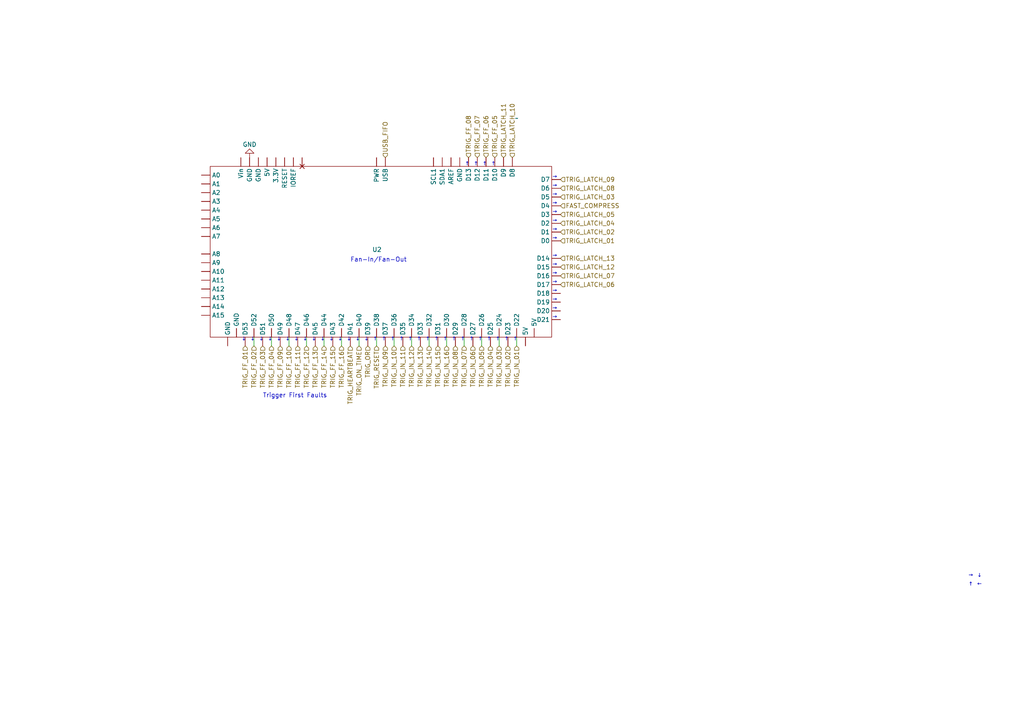
<source format=kicad_sch>
(kicad_sch (version 20231120) (generator "eeschema") (generator_version "8.0")
  (paper "A4")
  (title_block (title "Digital I/O Box") (date "2023-09-27") (company "SBC") (comment 1 "Zhiheng Sheng") (comment 2 "All wires are 22 or 24 gauge"))
  (lib_symbols
    (symbol "Arduino_Mega_2"
      (property "Reference" "U" (at 0 0 0))
      (symbol "Arduino_Mega_2_0_1"
        (rectangle (start -49.53 24.13) (end 49.53 -25.4))
      )
      (symbol "Arduino_Mega_2_1_1"
        (pin passive non_logic (at -22.86 26.67 270) (length 2.54) (name "") (number ""))
        (pin passive line (at -30.48 26.67 270) (length 2.54) (name "3.3V") (number ""))
        (pin passive line (at -33.02 26.67 270) (length 2.54) (name "5V") (number ""))
        (pin passive line (at 41.91 -27.94 90) (length 2.54) (name "5V") (number ""))
        (pin passive line (at 44.45 -25.4 90) (length 2.54) (name "5V") (number ""))
        (pin passive line (at -52.07 21.59 0) (length 2.54) (name "A0") (number ""))
        (pin passive line (at -52.07 19.05 0) (length 2.54) (name "A1") (number ""))
        (pin passive line (at -52.07 -6.35 0) (length 2.54) (name "A10") (number ""))
        (pin passive line (at -52.07 -8.89 0) (length 2.54) (name "A11") (number ""))
        (pin passive line (at -52.07 -11.43 0) (length 2.54) (name "A12") (number ""))
        (pin passive line (at -52.07 -13.97 0) (length 2.54) (name "A13") (number ""))
        (pin passive line (at -52.07 -16.51 0) (length 2.54) (name "A14") (number ""))
        (pin passive line (at -52.07 -19.05 0) (length 2.54) (name "A15") (number ""))
        (pin passive line (at -52.07 16.51 0) (length 2.54) (name "A2") (number ""))
        (pin passive line (at -52.07 13.97 0) (length 2.54) (name "A3") (number ""))
        (pin passive line (at -52.07 11.43 0) (length 2.54) (name "A4") (number ""))
        (pin passive line (at -52.07 8.89 0) (length 2.54) (name "A5") (number ""))
        (pin passive line (at -52.07 6.35 0) (length 2.54) (name "A6") (number ""))
        (pin passive line (at -52.07 3.81 0) (length 2.54) (name "A7") (number ""))
        (pin passive line (at -52.07 -1.27 0) (length 2.54) (name "A8") (number ""))
        (pin passive line (at -52.07 -3.81 0) (length 2.54) (name "A9") (number ""))
        (pin passive line (at 20.32 26.67 270) (length 2.54) (name "AREF") (number ""))
        (pin passive line (at 52.07 2.54 180) (length 2.54) (name "D0") (number ""))
        (pin passive line (at 52.07 5.08 180) (length 2.54) (name "D1") (number ""))
        (pin passive line (at 33.02 26.67 270) (length 2.54) (name "D10") (number ""))
        (pin passive line (at 30.48 26.67 270) (length 2.54) (name "D11") (number ""))
        (pin passive line (at 27.94 26.67 270) (length 2.54) (name "D12") (number ""))
        (pin passive line (at 25.4 26.67 270) (length 2.54) (name "D13") (number ""))
        (pin passive line (at 52.07 -2.54 180) (length 2.54) (name "D14") (number ""))
        (pin passive line (at 52.07 -5.08 180) (length 2.54) (name "D15") (number ""))
        (pin passive line (at 52.07 -7.62 180) (length 2.54) (name "D16") (number ""))
        (pin passive line (at 52.07 -10.16 180) (length 2.54) (name "D17") (number ""))
        (pin passive line (at 52.07 -12.7 180) (length 2.54) (name "D18") (number ""))
        (pin passive line (at 52.07 -15.24 180) (length 2.54) (name "D19") (number ""))
        (pin passive line (at 52.07 7.62 180) (length 2.54) (name "D2") (number ""))
        (pin passive line (at 52.07 -17.78 180) (length 2.54) (name "D20") (number ""))
        (pin passive line (at 52.07 -20.32 180) (length 2.54) (name "D21") (number ""))
        (pin passive line (at 39.37 -25.4 90) (length 2.54) (name "D22") (number ""))
        (pin passive line (at 36.83 -27.94 90) (length 2.54) (name "D23") (number ""))
        (pin passive line (at 34.29 -25.4 90) (length 2.54) (name "D24") (number ""))
        (pin passive line (at 31.75 -27.94 90) (length 2.54) (name "D25") (number ""))
        (pin passive line (at 29.21 -25.4 90) (length 2.54) (name "D26") (number ""))
        (pin passive line (at 26.67 -27.94 90) (length 2.54) (name "D27") (number ""))
        (pin passive line (at 24.13 -25.4 90) (length 2.54) (name "D28") (number ""))
        (pin passive line (at 21.59 -27.94 90) (length 2.54) (name "D29") (number ""))
        (pin passive line (at 52.07 10.16 180) (length 2.54) (name "D3") (number ""))
        (pin passive line (at 19.05 -25.4 90) (length 2.54) (name "D30") (number ""))
        (pin passive line (at 16.51 -27.94 90) (length 2.54) (name "D31") (number ""))
        (pin passive line (at 13.97 -25.4 90) (length 2.54) (name "D32") (number ""))
        (pin passive line (at 11.43 -27.94 90) (length 2.54) (name "D33") (number ""))
        (pin passive line (at 8.89 -25.4 90) (length 2.54) (name "D34") (number ""))
        (pin passive line (at 6.35 -27.94 90) (length 2.54) (name "D35") (number ""))
        (pin passive line (at 3.81 -25.4 90) (length 2.54) (name "D36") (number ""))
        (pin passive line (at 1.27 -27.94 90) (length 2.54) (name "D37") (number ""))
        (pin passive line (at -1.27 -25.4 90) (length 2.54) (name "D38") (number ""))
        (pin passive line (at -3.81 -27.94 90) (length 2.54) (name "D39") (number ""))
        (pin passive line (at 52.07 12.7 180) (length 2.54) (name "D4") (number ""))
        (pin passive line (at -6.35 -25.4 90) (length 2.54) (name "D40") (number ""))
        (pin passive line (at -8.89 -27.94 90) (length 2.54) (name "D41") (number ""))
        (pin passive line (at -11.43 -25.4 90) (length 2.54) (name "D42") (number ""))
        (pin passive line (at -13.97 -27.94 90) (length 2.54) (name "D43") (number ""))
        (pin passive line (at -16.51 -25.4 90) (length 2.54) (name "D44") (number ""))
        (pin passive line (at -19.05 -27.94 90) (length 2.54) (name "D45") (number ""))
        (pin passive line (at -21.59 -25.4 90) (length 2.54) (name "D46") (number ""))
        (pin passive line (at -24.13 -27.94 90) (length 2.54) (name "D47") (number ""))
        (pin passive line (at -26.67 -25.4 90) (length 2.54) (name "D48") (number ""))
        (pin passive line (at -29.21 -27.94 90) (length 2.54) (name "D49") (number ""))
        (pin passive line (at 52.07 15.24 180) (length 2.54) (name "D5") (number ""))
        (pin passive line (at -31.75 -25.4 90) (length 2.54) (name "D50") (number ""))
        (pin passive line (at -34.29 -27.94 90) (length 2.54) (name "D51") (number ""))
        (pin passive line (at -36.83 -25.4 90) (length 2.54) (name "D52") (number ""))
        (pin passive line (at -39.37 -27.94 90) (length 2.54) (name "D53") (number ""))
        (pin passive line (at 52.07 17.78 180) (length 2.54) (name "D6") (number ""))
        (pin passive line (at 52.07 20.32 180) (length 2.54) (name "D7") (number ""))
        (pin passive line (at 38.1 26.67 270) (length 2.54) (name "D8") (number ""))
        (pin passive line (at 35.56 26.67 270) (length 2.54) (name "D9") (number ""))
        (pin passive line (at -44.45 -27.94 90) (length 2.54) (name "GND") (number ""))
        (pin passive line (at -41.91 -25.4 90) (length 2.54) (name "GND") (number ""))
        (pin passive line (at -38.1 26.67 270) (length 2.54) (name "GND") (number ""))
        (pin passive line (at -35.56 26.67 270) (length 2.54) (name "GND") (number ""))
        (pin passive line (at 22.86 26.67 270) (length 2.54) (name "GND") (number ""))
        (pin passive line (at -25.4 26.67 270) (length 2.54) (name "IOREF") (number ""))
        (pin power_in line (at -1.27 26.67 270) (length 2.54) (name "PWR") (number ""))
        (pin passive line (at -27.94 26.67 270) (length 2.54) (name "RESET") (number ""))
        (pin passive line (at 15.24 26.67 270) (length 2.54) (name "SCL1") (number ""))
        (pin passive line (at 17.78 26.67 270) (length 2.54) (name "SDA1") (number ""))
        (pin bidirectional line (at 1.27 26.67 270) (length 2.54) (name "USB") (number ""))
        (pin passive line (at -40.64 26.67 270) (length 2.54) (name "Vin") (number ""))
      )
    )
    (symbol "power:GND" (power) (pin_names (offset 0))
      (property "Value" "GND" (at 0 -3.81 0))
      (symbol "GND_0_1"
        (polyline (pts (xy 0 0) (xy 0 -1.27) (xy 1.27 -1.27) (xy 0 -2.54) (xy -1.27 -1.27) (xy 0 -1.27)))
      )
      (symbol "GND_1_1"
        (pin power_in line (at 0 0 270) (length 0) hide (name "GND") (number "1"))
      )
    )
  )
  (wire (pts (xy 73.66 97.79) (xy 73.66 100.33)))
  (wire (pts (xy 78.74 97.79) (xy 78.74 100.33)))
  (wire (pts (xy 119.38 97.79) (xy 119.38 100.33)))
  (wire (pts (xy 129.54 97.79) (xy 129.54 100.33)))
  (wire (pts (xy 124.46 97.79) (xy 124.46 100.33)))
  (wire (pts (xy 114.3 97.79) (xy 114.3 100.33)))
  (wire (pts (xy 99.06 97.79) (xy 99.06 100.33)))
  (wire (pts (xy 93.98 97.79) (xy 93.98 100.33)))
  (wire (pts (xy 139.7 97.79) (xy 139.7 100.33)))
  (wire (pts (xy 134.62 97.79) (xy 134.62 100.33)))
  (wire (pts (xy 88.9 97.79) (xy 88.9 100.33)))
  (wire (pts (xy 83.82 97.79) (xy 83.82 100.33)))
  (wire (pts (xy 149.86 97.79) (xy 149.86 100.33)))
  (wire (pts (xy 109.22 97.79) (xy 109.22 100.33)))
  (wire (pts (xy 144.78 97.79) (xy 144.78 100.33)))
  (wire (pts (xy 104.14 97.79) (xy 104.14 100.33)))
  (text "↑" (at 130.81 99.06 0) (effects (font (size 1.27 1.27)) (justify left bottom)))
  (text "↓" (at 87.63 99.06 0) (effects (font (size 1.27 1.27)) (justify left bottom)))
  (text "→" (at 160.02 82.55 0) (effects (font (size 1.27 1.27)) (justify left bottom)))
  (text "↑" (at 115.57 99.06 0) (effects (font (size 1.27 1.27)) (justify left bottom)))
  (text "Fan-In/Fan-Out" (at 101.6 76.2 0) (effects (font (size 1.27 1.27)) (justify left bottom)))
  (text "←" (at 283.21 170.18 0) (effects (font (size 1.27 1.27)) (justify left bottom)))
  (text "→" (at 160.02 69.85 0) (effects (font (size 1.27 1.27)) (justify left bottom)))
  (text "↑" (at 133.35 99.06 0) (effects (font (size 1.27 1.27)) (justify left bottom)))
  (text "→" (at 160.02 67.31 0) (effects (font (size 1.27 1.27)) (justify left bottom)))
  (text "↑" (at 140.97 99.06 0) (effects (font (size 1.27 1.27)) (justify left bottom)))
  (text "↓" (at 95.25 99.06 0) (effects (font (size 1.27 1.27)) (justify left bottom)))
  (text "↑" (at 134.62 48.26 0) (effects (font (size 1.27 1.27)) (justify left bottom)))
  (text "↑" (at 142.24 48.26 0) (effects (font (size 1.27 1.27)) (justify left bottom)))
  (text "↑" (at 146.05 99.06 0) (effects (font (size 1.27 1.27)) (justify left bottom)))
  (text "→" (at 160.02 85.09 0) (effects (font (size 1.27 1.27)) (justify left bottom)))
  (text "↑" (at 280.67 170.18 0) (effects (font (size 1.27 1.27)) (justify left bottom)))
  (text "Trigger First Faults" (at 76.2 115.57 0) (effects (font (size 1.27 1.27)) (justify left bottom)))
  (text "↓" (at 77.47 99.06 0) (effects (font (size 1.27 1.27)) (justify left bottom)))
  (text "↑" (at 138.43 99.06 0) (effects (font (size 1.27 1.27)) (justify left bottom)))
  (text "→" (at 160.02 74.93 0) (effects (font (size 1.27 1.27)) (justify left bottom)))
  (text "↓" (at 100.33 99.06 0) (effects (font (size 1.27 1.27)) (justify left bottom)))
  (text "→" (at 160.02 92.71 0) (effects (font (size 1.27 1.27)) (justify left bottom)))
  (text "↑" (at 120.65 99.06 0) (effects (font (size 1.27 1.27)) (justify left bottom)))
  (text "→" (at 160.02 90.17 0) (effects (font (size 1.27 1.27)) (justify left bottom)))
  (text "↑" (at 135.89 99.06 0) (effects (font (size 1.27 1.27)) (justify left bottom)))
  (text "↓" (at 283.21 167.64 0) (effects (font (size 1.27 1.27)) (justify left bottom)))
  (text "→" (at 160.02 62.23 0) (effects (font (size 1.27 1.27)) (justify left bottom)))
  (text "↑" (at 125.73 99.06 0) (effects (font (size 1.27 1.27)) (justify left bottom)))
  (text "↑" (at 113.03 99.06 0) (effects (font (size 1.27 1.27)) (justify left bottom)))
  (text "→" (at 160.02 80.01 0) (effects (font (size 1.27 1.27)) (justify left bottom)))
  (text "↑" (at 139.7 48.26 0) (effects (font (size 1.27 1.27)) (justify left bottom)))
  (text "↓" (at 105.41 99.06 0) (effects (font (size 1.27 1.27)) (justify left bottom)))
  (text "→" (at 160.02 77.47 0) (effects (font (size 1.27 1.27)) (justify left bottom)))
  (text "↓" (at 82.55 99.06 0) (effects (font (size 1.27 1.27)) (justify left bottom)))
  (text "↑" (at 143.51 99.06 0) (effects (font (size 1.27 1.27)) (justify left bottom)))
  (text "↓" (at 80.01 99.06 0) (effects (font (size 1.27 1.27)) (justify left bottom)))
  (text "↑" (at 123.19 99.06 0) (effects (font (size 1.27 1.27)) (justify left bottom)))
  (text "↓" (at 74.93 99.06 0) (effects (font (size 1.27 1.27)) (justify left bottom)))
  (text "→" (at 160.02 64.77 0) (effects (font (size 1.27 1.27)) (justify left bottom)))
  (text "↑" (at 110.49 99.06 0) (effects (font (size 1.27 1.27)) (justify left bottom)))
  (text "→" (at 160.02 52.07 0) (effects (font (size 1.27 1.27)) (justify left bottom)))
  (text "→" (at 160.02 54.61 0) (effects (font (size 1.27 1.27)) (justify left bottom)))
  (text "↓" (at 97.79 99.06 0) (effects (font (size 1.27 1.27)) (justify left bottom)))
  (text "→" (at 160.02 87.63 0) (effects (font (size 1.27 1.27)) (justify left bottom)))
  (text "↑" (at 128.27 99.06 0) (effects (font (size 1.27 1.27)) (justify left bottom)))
  (text "↓" (at 85.09 99.06 0) (effects (font (size 1.27 1.27)) (justify left bottom)))
  (text "↓" (at 69.85 99.06 0) (effects (font (size 1.27 1.27)) (justify left bottom)))
  (text "↑" (at 148.59 99.06 0) (effects (font (size 1.27 1.27)) (justify left bottom)))
  (text "↓" (at 92.71 99.06 0) (effects (font (size 1.27 1.27)) (justify left bottom)))
  (text "↑" (at 118.11 99.06 0) (effects (font (size 1.27 1.27)) (justify left bottom)))
  (text "→" (at 160.02 57.15 0) (effects (font (size 1.27 1.27)) (justify left bottom)))
  (text "↑" (at 137.16 48.26 0) (effects (font (size 1.27 1.27)) (justify left bottom)))
  (text "↑" (at 107.95 99.06 0) (effects (font (size 1.27 1.27)) (justify left bottom)))
  (text "↓" (at 90.17 99.06 0) (effects (font (size 1.27 1.27)) (justify left bottom)))
  (text "↓" (at 102.87 99.06 0) (effects (font (size 1.27 1.27)) (justify left bottom)))
  (text "→" (at 280.67 167.64 0) (effects (font (size 1.27 1.27)) (justify left bottom)))
  (text "↓" (at 72.39 99.06 0) (effects (font (size 1.27 1.27)) (justify left bottom)))
  (text "→" (at 160.02 59.69 0) (effects (font (size 1.27 1.27)) (justify left bottom)))
  (hierarchical_label "TRIG_HEARTBEAT" (shape input) (at 101.6 100.33 270))
  (hierarchical_label "TRIG_IN_03" (shape input) (at 144.78 100.33 270))
  (hierarchical_label "TRIG_LATCH_09" (shape input) (at 162.56 52.07 0))
  (hierarchical_label "TRIG_IN_12" (shape input) (at 119.38 100.33 270))
  (hierarchical_label "USB_FIFO" (shape input) (at 111.76 45.72 90))
  (hierarchical_label "TRIG_FF_03" (shape input) (at 76.2 100.33 270))
  (hierarchical_label "TRIG_LATCH_10" (shape input) (at 148.59 45.72 90))
  (hierarchical_label "TRIG_IN_11" (shape input) (at 116.84 100.33 270))
  (hierarchical_label "TRIG_RESET" (shape input) (at 109.22 100.33 270))
  (hierarchical_label "TRIG_LATCH_07" (shape input) (at 162.56 80.01 0))
  (hierarchical_label "TRIG_IN_06" (shape input) (at 137.16 100.33 270))
  (hierarchical_label "TRIG_OR" (shape input) (at 106.68 100.33 270))
  (hierarchical_label "TRIG_IN_02" (shape input) (at 147.32 100.33 270))
  (hierarchical_label "TRIG_ON_TIME" (shape input) (at 104.14 100.33 270))
  (hierarchical_label "TRIG_FF_11" (shape input) (at 86.36 100.33 270))
  (hierarchical_label "TRIG_LATCH_06" (shape input) (at 162.56 82.55 0))
  (hierarchical_label "TRIG_LATCH_03" (shape input) (at 162.56 57.15 0))
  (hierarchical_label "TRIG_IN_15" (shape input) (at 127 100.33 270))
  (hierarchical_label "TRIG_IN_14" (shape input) (at 124.46 100.33 270))
  (hierarchical_label "FAST_COMPRESS" (shape input) (at 162.56 59.69 0))
  (hierarchical_label "TRIG_IN_10" (shape input) (at 114.3 100.33 270))
  (hierarchical_label "TRIG_LATCH_04" (shape input) (at 162.56 64.77 0))
  (hierarchical_label "TRIG_LATCH_13" (shape input) (at 162.56 74.93 0))
  (hierarchical_label "TRIG_FF_15" (shape input) (at 96.52 100.33 270))
  (hierarchical_label "TRIG_LATCH_05" (shape input) (at 162.56 62.23 0))
  (hierarchical_label "TRIG_FF_16" (shape input) (at 99.06 100.33 270))
  (hierarchical_label "TRIG_IN_07" (shape input) (at 134.62 100.33 270))
  (hierarchical_label "TRIG_FF_05" (shape input) (at 143.51 45.72 90))
  (hierarchical_label "TRIG_IN_08" (shape input) (at 132.08 100.33 270))
  (hierarchical_label "TRIG_FF_13" (shape input) (at 91.44 100.33 270))
  (hierarchical_label "TRIG_LATCH_08" (shape input) (at 162.56 54.61 0))
  (hierarchical_label "TRIG_FF_12" (shape input) (at 88.9 100.33 270))
  (hierarchical_label "TRIG_LATCH_11" (shape input) (at 146.05 45.72 90))
  (hierarchical_label "TRIG_LATCH_02" (shape input) (at 162.56 67.31 0))
  (hierarchical_label "TRIG_FF_06" (shape input) (at 140.97 45.72 90))
  (hierarchical_label "TRIG_LATCH_01" (shape input) (at 162.56 69.85 0))
  (hierarchical_label "TRIG_FF_09" (shape input) (at 81.28 100.33 270))
  (hierarchical_label "TRIG_FF_04" (shape input) (at 78.74 100.33 270))
  (hierarchical_label "TRIG_IN_01" (shape input) (at 149.86 100.33 270))
  (hierarchical_label "TRIG_FF_08" (shape input) (at 135.89 45.72 90))
  (hierarchical_label "TRIG_FF_01" (shape input) (at 71.12 100.33 270))
  (hierarchical_label "TRIG_FF_07" (shape input) (at 138.43 45.72 90))
  (hierarchical_label "TRIG_FF_10" (shape input) (at 83.82 100.33 270))
  (hierarchical_label "TRIG_IN_09" (shape input) (at 111.76 100.33 270))
  (hierarchical_label "TRIG_IN_05" (shape input) (at 139.7 100.33 270))
  (hierarchical_label "TRIG_IN_16" (shape input) (at 129.54 100.33 270))
  (hierarchical_label "TRIG_FF_02" (shape input) (at 73.66 100.33 270))
  (hierarchical_label "TRIG_LATCH_12" (shape input) (at 162.56 77.47 0))
  (hierarchical_label "TRIG_IN_04" (shape input) (at 142.24 100.33 270))
  (hierarchical_label "TRIG_FF_14" (shape input) (at 93.98 100.33 270))
  (hierarchical_label "TRIG_IN_13" (shape input) (at 121.92 100.33 270))
  (symbol (lib_id "power:GND") (at 72.39 45.72 180) (unit 1)
    (property "Reference" "#PWR05" (effects (hide yes)))
    (property "Value" "GND" (at 72.39 41.91 0))
  )
  (symbol (lib_name "Arduino_Mega_2") (lib_id "led_driver:Arduino_Mega") (at 110.49 72.39 0) (unit 1)
    (property "Reference" "U2" (at 107.95 72.39 0) (effects (justify left)))
    (property "Value" "~" (at 149.86 34.29 0))
  )
)
</source>
